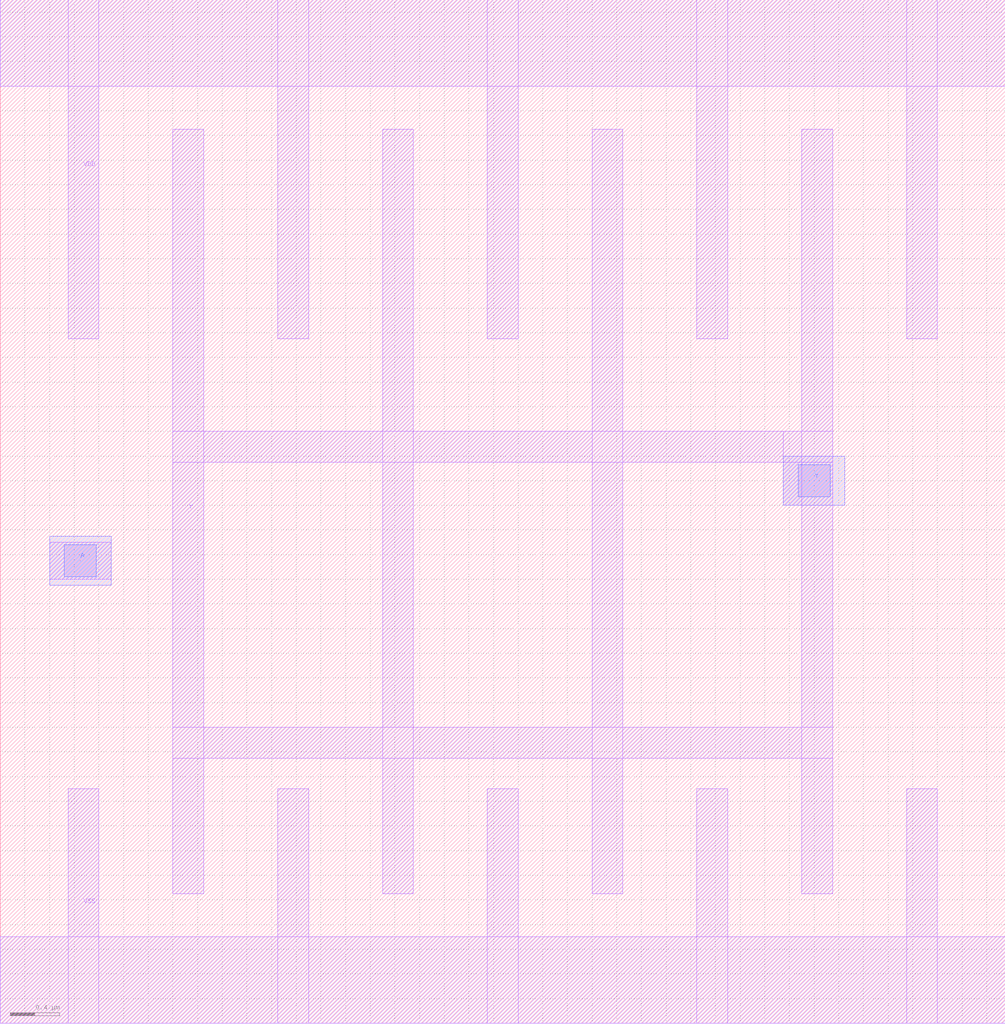
<source format=lef>
# Copyright 2022 Google LLC
# Licensed under the Apache License, Version 2.0 (the "License");
# you may not use this file except in compliance with the License.
# You may obtain a copy of the License at
#
#      http://www.apache.org/licenses/LICENSE-2.0
#
# Unless required by applicable law or agreed to in writing, software
# distributed under the License is distributed on an "AS IS" BASIS,
# WITHOUT WARRANTIES OR CONDITIONS OF ANY KIND, either express or implied.
# See the License for the specific language governing permissions and
# limitations under the License.
VERSION 5.7 ;
BUSBITCHARS "[]" ;
DIVIDERCHAR "/" ;

MACRO gf180mcu_osu_sc_gp12t3v3__inv_8
  CLASS CORE ;
  ORIGIN 0 0 ;
  FOREIGN gf180mcu_osu_sc_gp12t3v3__inv_8 0 0 ;
  SIZE 8.15 BY 8.3 ;
  SYMMETRY X Y ;
  SITE gf180mcu_osu_sc_gp12t3v3 ;
  PIN VDD
    DIRECTION INOUT ;
    USE POWER ;
    SHAPE ABUTMENT ;
    PORT
      LAYER Metal1 ;
        RECT 0 7.6 8.15 8.3 ;
        RECT 7.35 5.55 7.6 8.3 ;
        RECT 5.65 5.55 5.9 8.3 ;
        RECT 3.95 5.55 4.2 8.3 ;
        RECT 2.25 5.55 2.5 8.3 ;
        RECT 0.55 5.55 0.8 8.3 ;
    END
  END VDD
  PIN VSS
    DIRECTION INOUT ;
    USE GROUND ;
    SHAPE ABUTMENT ;
    PORT
      LAYER Metal1 ;
        RECT 0 0 8.15 0.7 ;
        RECT 7.35 0 7.6 1.9 ;
        RECT 5.65 0 5.9 1.9 ;
        RECT 3.95 0 4.2 1.9 ;
        RECT 2.25 0 2.5 1.9 ;
        RECT 0.55 0 0.8 1.9 ;
    END
  END VSS
  PIN A
    DIRECTION INPUT ;
    USE SIGNAL ;
    PORT
      LAYER Metal1 ;
        RECT 0.4 3.6 0.9 3.9 ;
      LAYER Metal2 ;
        RECT 0.4 3.55 0.9 3.95 ;
      LAYER Via1 ;
        RECT 0.52 3.62 0.78 3.88 ;
    END
  END A
  PIN Y
    DIRECTION OUTPUT ;
    USE SIGNAL ;
    PORT
      LAYER Metal1 ;
        RECT 6.5 1.05 6.75 7.25 ;
        RECT 1.4 4.55 6.75 4.8 ;
        RECT 6.35 4.2 6.75 4.8 ;
        RECT 1.4 2.15 6.75 2.4 ;
        RECT 4.8 1.05 5.05 7.25 ;
        RECT 3.1 1.05 3.35 7.25 ;
        RECT 1.4 1.05 1.65 7.25 ;
      LAYER Metal2 ;
        RECT 6.35 4.2 6.85 4.6 ;
      LAYER Via1 ;
        RECT 6.47 4.27 6.73 4.53 ;
    END
  END Y
END gf180mcu_osu_sc_gp12t3v3__inv_8

</source>
